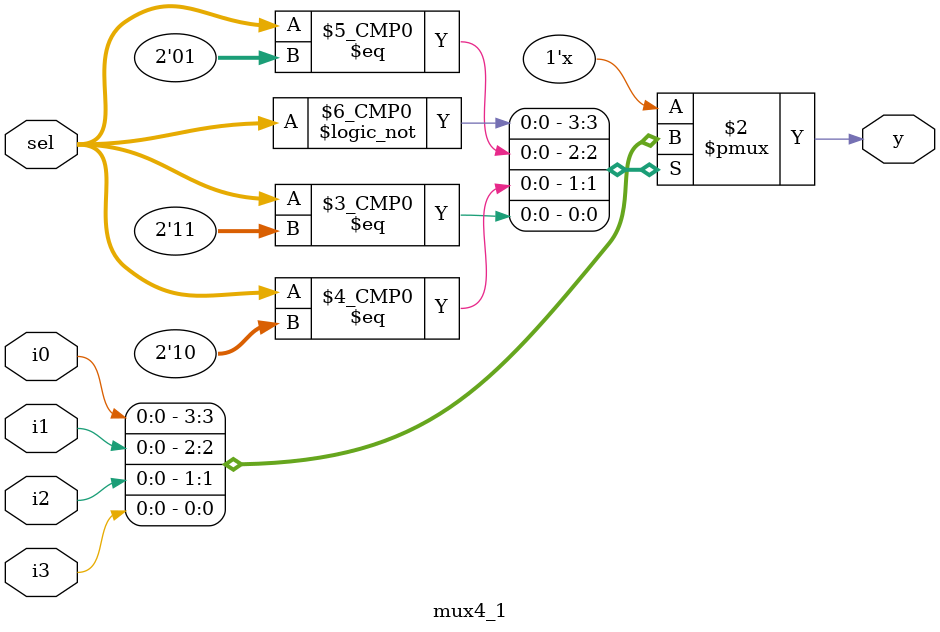
<source format=v>
module mux4_1(i0,i1,i2,i3,sel,y);

input i0,i1,i2,i3;

input[1:0]sel;

output reg y;

always @(i0,i1,i2,i3,sel)

begin

case(sel)

2'b00:y=i0;
2'b01:y=i1;
2'b10:y=i2;
2'b11:y=i3;

endcase

end

endmodule

</source>
